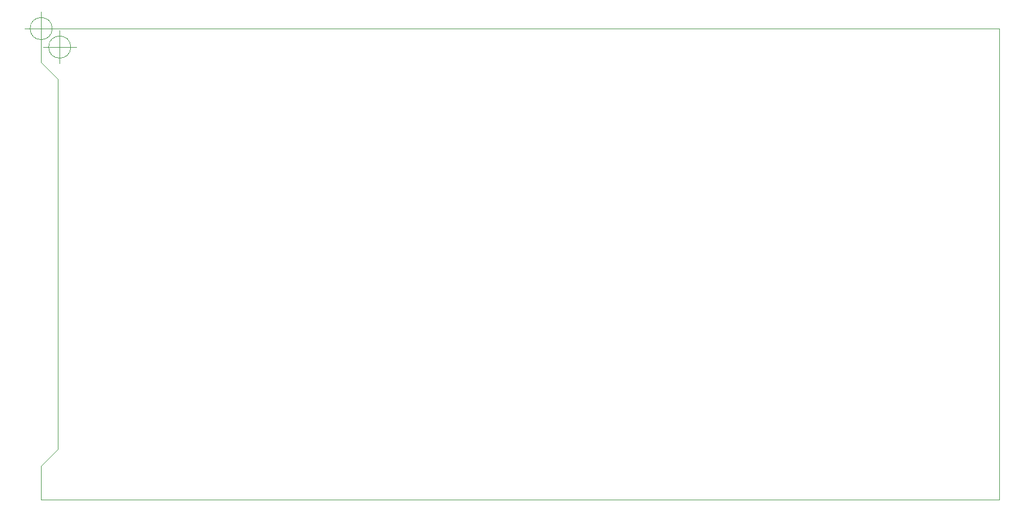
<source format=gbr>
%TF.GenerationSoftware,KiCad,Pcbnew,(6.0.9)*%
%TF.CreationDate,2023-04-01T15:55:58-08:00*%
%TF.ProjectId,ABSIS_ATX Power Supply Unit,41425349-535f-4415-9458-20506f776572,6*%
%TF.SameCoordinates,Original*%
%TF.FileFunction,Profile,NP*%
%FSLAX46Y46*%
G04 Gerber Fmt 4.6, Leading zero omitted, Abs format (unit mm)*
G04 Created by KiCad (PCBNEW (6.0.9)) date 2023-04-01 15:55:58*
%MOMM*%
%LPD*%
G01*
G04 APERTURE LIST*
%TA.AperFunction,Profile*%
%ADD10C,0.050000*%
%TD*%
G04 APERTURE END LIST*
D10*
X38100000Y-60960000D02*
X38100000Y-116840000D01*
X180000000Y-53340000D02*
X40640000Y-53340000D01*
X180000000Y-124460000D02*
X35560000Y-124460000D01*
X35560000Y-124460000D02*
X35560000Y-119380000D01*
X35560000Y-53340000D02*
X40640000Y-53340000D01*
X35560000Y-58420000D02*
X38100000Y-60960000D01*
X180000000Y-124460000D02*
X180000000Y-53340000D01*
X35560000Y-119380000D02*
X38100000Y-116840000D01*
X35560000Y-53340000D02*
X35560000Y-58420000D01*
X40020666Y-56134000D02*
G75*
G03*
X40020666Y-56134000I-1666666J0D01*
G01*
X35854000Y-56134000D02*
X40854000Y-56134000D01*
X38354000Y-53634000D02*
X38354000Y-58634000D01*
X37226666Y-53340000D02*
G75*
G03*
X37226666Y-53340000I-1666666J0D01*
G01*
X33060000Y-53340000D02*
X38060000Y-53340000D01*
X35560000Y-50840000D02*
X35560000Y-55840000D01*
M02*

</source>
